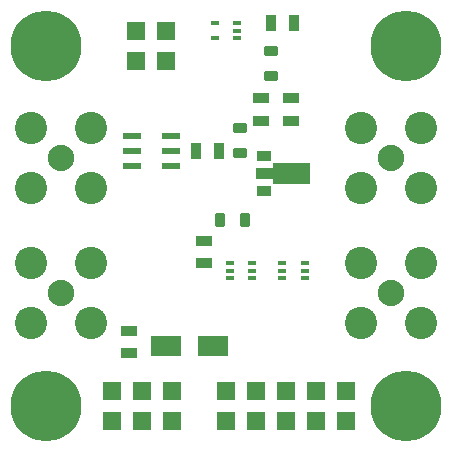
<source format=gbr>
%TF.GenerationSoftware,KiCad,Pcbnew,(5.99.0-6526-g442f40fa66)*%
%TF.CreationDate,2020-10-31T18:39:34+01:00*%
%TF.ProjectId,RFSWITCH01A,52465357-4954-4434-9830-31412e6b6963,rev?*%
%TF.SameCoordinates,Original*%
%TF.FileFunction,Soldermask,Bot*%
%TF.FilePolarity,Negative*%
%FSLAX46Y46*%
G04 Gerber Fmt 4.6, Leading zero omitted, Abs format (unit mm)*
G04 Created by KiCad (PCBNEW (5.99.0-6526-g442f40fa66)) date 2020-10-31 18:39:34*
%MOMM*%
%LPD*%
G01*
G04 APERTURE LIST*
G04 Aperture macros list*
%AMRoundRect*
0 Rectangle with rounded corners*
0 $1 Rounding radius*
0 $2 $3 $4 $5 $6 $7 $8 $9 X,Y pos of 4 corners*
0 Add a 4 corners polygon primitive as box body*
4,1,4,$2,$3,$4,$5,$6,$7,$8,$9,$2,$3,0*
0 Add four circle primitives for the rounded corners*
1,1,$1+$1,$2,$3,0*
1,1,$1+$1,$4,$5,0*
1,1,$1+$1,$6,$7,0*
1,1,$1+$1,$8,$9,0*
0 Add four rect primitives between the rounded corners*
20,1,$1+$1,$2,$3,$4,$5,0*
20,1,$1+$1,$4,$5,$6,$7,0*
20,1,$1+$1,$6,$7,$8,$9,0*
20,1,$1+$1,$8,$9,$2,$3,0*%
G04 Aperture macros list end*
%ADD10R,1.524000X1.524000*%
%ADD11C,2.240000*%
%ADD12C,2.740000*%
%ADD13C,6.000000*%
%ADD14R,2.500000X1.800000*%
%ADD15R,0.650000X0.400000*%
%ADD16R,1.300000X0.900000*%
%ADD17R,1.397000X0.889000*%
%ADD18RoundRect,0.218750X-0.381250X0.218750X-0.381250X-0.218750X0.381250X-0.218750X0.381250X0.218750X0*%
%ADD19R,0.889000X1.397000*%
%ADD20R,1.500000X0.600000*%
%ADD21RoundRect,0.218750X0.218750X0.381250X-0.218750X0.381250X-0.218750X-0.381250X0.218750X-0.381250X0*%
G04 APERTURE END LIST*
D10*
%TO.C,J5*%
X20320000Y3810000D03*
X20320000Y6350000D03*
%TD*%
%TO.C,J8*%
X27940000Y3810000D03*
X27940000Y6350000D03*
%TD*%
%TO.C,J7*%
X30480000Y3810000D03*
X30480000Y6350000D03*
%TD*%
%TO.C,J11*%
X15240000Y34290000D03*
X15240000Y36830000D03*
%TD*%
D11*
%TO.C,J10*%
X34290000Y14605000D03*
D12*
X36830000Y17145000D03*
X31750000Y12065000D03*
X36830000Y12065000D03*
X31750000Y17145000D03*
%TD*%
D13*
%TO.C,M3*%
X5080000Y35560000D03*
%TD*%
D10*
%TO.C,J12*%
X25400000Y3810000D03*
X25400000Y6350000D03*
%TD*%
%TO.C,J1*%
X10668000Y3810000D03*
X10668000Y6350000D03*
X13208000Y3810000D03*
X13208000Y6350000D03*
X15748000Y3810000D03*
X15748000Y6350000D03*
%TD*%
D13*
%TO.C,M4*%
X35560000Y5080000D03*
%TD*%
D10*
%TO.C,J6*%
X22860000Y3810000D03*
X22860000Y6350000D03*
%TD*%
D11*
%TO.C,J3*%
X6350000Y26035000D03*
D12*
X3810000Y23495000D03*
X8890000Y23495000D03*
X3810000Y28575000D03*
X8890000Y28575000D03*
%TD*%
D10*
%TO.C,J2*%
X12700000Y34290000D03*
X12700000Y36830000D03*
%TD*%
D13*
%TO.C,M1*%
X35560000Y35560000D03*
%TD*%
D11*
%TO.C,J9*%
X34290000Y26035000D03*
D12*
X36830000Y28575000D03*
X36830000Y23495000D03*
X31750000Y23495000D03*
X31750000Y28575000D03*
%TD*%
D11*
%TO.C,J4*%
X6350000Y14605000D03*
D12*
X3810000Y17145000D03*
X3810000Y12065000D03*
X8890000Y17145000D03*
X8890000Y12065000D03*
%TD*%
D13*
%TO.C,M2*%
X5080000Y5080000D03*
%TD*%
D14*
%TO.C,D1*%
X15240000Y10160000D03*
X19240000Y10160000D03*
%TD*%
D15*
%TO.C,U3*%
X20640000Y15860000D03*
X20640000Y16510000D03*
X20640000Y17160000D03*
X22540000Y17160000D03*
X22540000Y16510000D03*
X22540000Y15860000D03*
%TD*%
D16*
%TO.C,U2*%
X23496000Y23265000D03*
G36*
X27446000Y23898500D02*
G01*
X24321000Y23898500D01*
X24321000Y24315000D01*
X22846000Y24315000D01*
X22846000Y25215000D01*
X24321000Y25215000D01*
X24321000Y25631500D01*
X27446000Y25631500D01*
X27446000Y23898500D01*
G37*
X23496000Y26265000D03*
%TD*%
D17*
%TO.C,C1*%
X12065000Y11430000D03*
X12065000Y9525000D03*
%TD*%
D15*
%TO.C,U1*%
X21270000Y37480000D03*
X21270000Y36830000D03*
X21270000Y36180000D03*
X19370000Y36180000D03*
X19370000Y37480000D03*
%TD*%
D17*
%TO.C,C4*%
X23241000Y31115000D03*
X23241000Y29210000D03*
%TD*%
D18*
%TO.C,L2*%
X21463000Y28575000D03*
X21463000Y26450000D03*
%TD*%
D19*
%TO.C,C2*%
X24130000Y37465000D03*
X26035000Y37465000D03*
%TD*%
D18*
%TO.C,L1*%
X24130000Y35145000D03*
X24130000Y33020000D03*
%TD*%
D17*
%TO.C,C6*%
X18415000Y19050000D03*
X18415000Y17145000D03*
%TD*%
D20*
%TO.C,FL1*%
X15620000Y27940000D03*
X15620000Y26670000D03*
X15620000Y25400000D03*
X12320000Y25400000D03*
X12320000Y26670000D03*
X12320000Y27940000D03*
%TD*%
D15*
%TO.C,U4*%
X26985000Y17160000D03*
X26985000Y16510000D03*
X26985000Y15860000D03*
X25085000Y15860000D03*
X25085000Y16510000D03*
X25085000Y17160000D03*
%TD*%
D17*
%TO.C,C3*%
X25781000Y31115000D03*
X25781000Y29210000D03*
%TD*%
D19*
%TO.C,C5*%
X17780000Y26670000D03*
X19685000Y26670000D03*
%TD*%
D21*
%TO.C,L3*%
X21890500Y20828000D03*
X19765500Y20828000D03*
%TD*%
M02*

</source>
